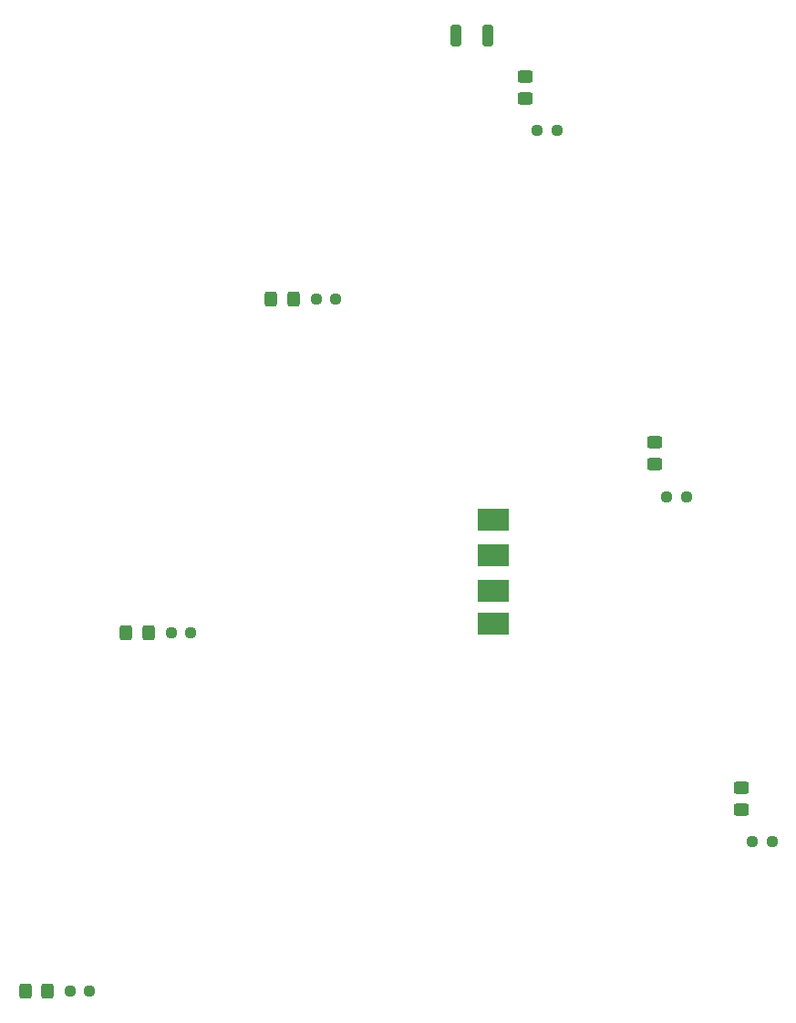
<source format=gts>
G04 #@! TF.GenerationSoftware,KiCad,Pcbnew,7.0.8*
G04 #@! TF.CreationDate,2024-06-18T20:25:39+02:00*
G04 #@! TF.ProjectId,PCB_Christmas_Tree,5043425f-4368-4726-9973-746d61735f54,rev?*
G04 #@! TF.SameCoordinates,Original*
G04 #@! TF.FileFunction,Soldermask,Top*
G04 #@! TF.FilePolarity,Negative*
%FSLAX46Y46*%
G04 Gerber Fmt 4.6, Leading zero omitted, Abs format (unit mm)*
G04 Created by KiCad (PCBNEW 7.0.8) date 2024-06-18 20:25:39*
%MOMM*%
%LPD*%
G01*
G04 APERTURE LIST*
G04 Aperture macros list*
%AMRoundRect*
0 Rectangle with rounded corners*
0 $1 Rounding radius*
0 $2 $3 $4 $5 $6 $7 $8 $9 X,Y pos of 4 corners*
0 Add a 4 corners polygon primitive as box body*
4,1,4,$2,$3,$4,$5,$6,$7,$8,$9,$2,$3,0*
0 Add four circle primitives for the rounded corners*
1,1,$1+$1,$2,$3*
1,1,$1+$1,$4,$5*
1,1,$1+$1,$6,$7*
1,1,$1+$1,$8,$9*
0 Add four rect primitives between the rounded corners*
20,1,$1+$1,$2,$3,$4,$5,0*
20,1,$1+$1,$4,$5,$6,$7,0*
20,1,$1+$1,$6,$7,$8,$9,0*
20,1,$1+$1,$8,$9,$2,$3,0*%
G04 Aperture macros list end*
%ADD10RoundRect,0.237500X-0.250000X-0.237500X0.250000X-0.237500X0.250000X0.237500X-0.250000X0.237500X0*%
%ADD11RoundRect,0.250000X0.450000X-0.325000X0.450000X0.325000X-0.450000X0.325000X-0.450000X-0.325000X0*%
%ADD12RoundRect,0.250000X-0.250000X-0.750000X0.250000X-0.750000X0.250000X0.750000X-0.250000X0.750000X0*%
%ADD13RoundRect,0.250000X0.325000X0.450000X-0.325000X0.450000X-0.325000X-0.450000X0.325000X-0.450000X0*%
%ADD14R,3.000000X2.000000*%
G04 APERTURE END LIST*
D10*
X225278955Y-123776305D03*
X227103955Y-123776305D03*
D11*
X216191455Y-88801305D03*
X216191455Y-86751305D03*
D10*
X205278955Y-57776305D03*
X207103955Y-57776305D03*
D12*
X197740455Y-48925305D03*
D10*
X217278955Y-91776305D03*
X219103955Y-91776305D03*
D12*
X200661455Y-48925305D03*
D13*
X169165455Y-104424305D03*
X167115455Y-104424305D03*
D14*
X201191455Y-93886305D03*
X201191455Y-97188305D03*
X201191455Y-100490305D03*
X201191455Y-103538305D03*
D13*
X159776455Y-137698305D03*
X157726455Y-137698305D03*
D11*
X204191455Y-54801305D03*
X204191455Y-52751305D03*
D13*
X182627455Y-73436305D03*
X180577455Y-73436305D03*
D10*
X171291955Y-104424305D03*
X173116955Y-104424305D03*
D11*
X224191455Y-120826305D03*
X224191455Y-118776305D03*
D10*
X184762955Y-73436305D03*
X186587955Y-73436305D03*
X161902955Y-137698305D03*
X163727955Y-137698305D03*
M02*

</source>
